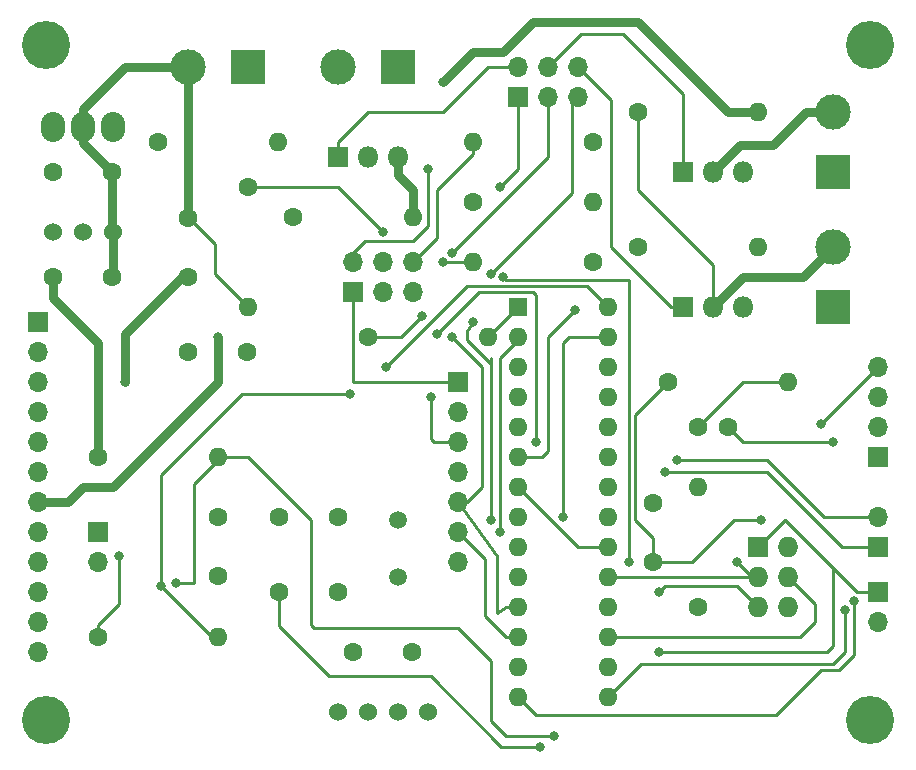
<source format=gbr>
G04 #@! TF.FileFunction,Copper,L2,Bot,Signal*
%FSLAX46Y46*%
G04 Gerber Fmt 4.6, Leading zero omitted, Abs format (unit mm)*
G04 Created by KiCad (PCBNEW 4.0.5) date 03/11/17 00:01:21*
%MOMM*%
%LPD*%
G01*
G04 APERTURE LIST*
%ADD10C,0.100000*%
%ADD11R,1.800000X1.800000*%
%ADD12O,1.800000X1.800000*%
%ADD13C,1.600000*%
%ADD14R,1.600000X1.600000*%
%ADD15O,1.600000X1.600000*%
%ADD16R,3.000000X3.000000*%
%ADD17C,3.000000*%
%ADD18R,1.700000X1.700000*%
%ADD19O,1.700000X1.700000*%
%ADD20R,1.727200X1.727200*%
%ADD21O,1.727200X1.727200*%
%ADD22C,1.524000*%
%ADD23O,2.032000X2.540000*%
%ADD24C,1.500000*%
%ADD25C,4.064000*%
%ADD26C,0.800000*%
%ADD27C,0.250000*%
%ADD28C,0.800000*%
G04 APERTURE END LIST*
D10*
D11*
X195580000Y-113030000D03*
D12*
X198120000Y-113030000D03*
X200660000Y-113030000D03*
D13*
X153670000Y-116840000D03*
X158670000Y-116840000D03*
X142240000Y-101600000D03*
X147240000Y-101600000D03*
X142240000Y-110490000D03*
X147240000Y-110490000D03*
X153670000Y-110490000D03*
X153670000Y-105490000D03*
X193040000Y-134620000D03*
X193040000Y-129620000D03*
X166370000Y-130810000D03*
X161370000Y-130810000D03*
X166370000Y-137160000D03*
X161370000Y-137160000D03*
X156210000Y-130810000D03*
X156210000Y-135810000D03*
X167640000Y-142240000D03*
X172640000Y-142240000D03*
D14*
X181610000Y-113030000D03*
D15*
X189230000Y-146050000D03*
X181610000Y-115570000D03*
X189230000Y-143510000D03*
X181610000Y-118110000D03*
X189230000Y-140970000D03*
X181610000Y-120650000D03*
X189230000Y-138430000D03*
X181610000Y-123190000D03*
X189230000Y-135890000D03*
X181610000Y-125730000D03*
X189230000Y-133350000D03*
X181610000Y-128270000D03*
X189230000Y-130810000D03*
X181610000Y-130810000D03*
X189230000Y-128270000D03*
X181610000Y-133350000D03*
X189230000Y-125730000D03*
X181610000Y-135890000D03*
X189230000Y-123190000D03*
X181610000Y-138430000D03*
X189230000Y-120650000D03*
X181610000Y-140970000D03*
X189230000Y-118110000D03*
X181610000Y-143510000D03*
X189230000Y-115570000D03*
X181610000Y-146050000D03*
X189230000Y-113030000D03*
D16*
X158750000Y-92710000D03*
D17*
X153670000Y-92710000D03*
D16*
X171450000Y-92710000D03*
D17*
X166370000Y-92710000D03*
D16*
X208280000Y-101600000D03*
D17*
X208280000Y-96520000D03*
D16*
X208280000Y-113030000D03*
D17*
X208280000Y-107950000D03*
D18*
X140970000Y-114300000D03*
D19*
X140970000Y-116840000D03*
X140970000Y-119380000D03*
X140970000Y-121920000D03*
X140970000Y-124460000D03*
X140970000Y-127000000D03*
X140970000Y-129540000D03*
X140970000Y-132080000D03*
X140970000Y-134620000D03*
X140970000Y-137160000D03*
X140970000Y-139700000D03*
X140970000Y-142240000D03*
D20*
X201930000Y-133350000D03*
D21*
X204470000Y-133350000D03*
X201930000Y-135890000D03*
X204470000Y-135890000D03*
X201930000Y-138430000D03*
X204470000Y-138430000D03*
D18*
X212090000Y-137160000D03*
D19*
X212090000Y-139700000D03*
D18*
X176530000Y-119380000D03*
D19*
X176530000Y-121920000D03*
X176530000Y-124460000D03*
X176530000Y-127000000D03*
X176530000Y-129540000D03*
X176530000Y-132080000D03*
X176530000Y-134620000D03*
D18*
X212090000Y-125730000D03*
D19*
X212090000Y-123190000D03*
X212090000Y-120650000D03*
X212090000Y-118110000D03*
D18*
X212090000Y-133350000D03*
D19*
X212090000Y-130810000D03*
D18*
X167640000Y-111760000D03*
D19*
X167640000Y-109220000D03*
X170180000Y-111760000D03*
X170180000Y-109220000D03*
X172720000Y-111760000D03*
X172720000Y-109220000D03*
D18*
X181610000Y-95250000D03*
D19*
X181610000Y-92710000D03*
X184150000Y-95250000D03*
X184150000Y-92710000D03*
X186690000Y-95250000D03*
X186690000Y-92710000D03*
D18*
X146050000Y-132080000D03*
D19*
X146050000Y-134620000D03*
D11*
X166370000Y-100330000D03*
D12*
X168910000Y-100330000D03*
X171450000Y-100330000D03*
D11*
X195580000Y-101600000D03*
D12*
X198120000Y-101600000D03*
X200660000Y-101600000D03*
D13*
X196850000Y-138430000D03*
D15*
X196850000Y-128270000D03*
D13*
X168910000Y-115570000D03*
D15*
X179070000Y-115570000D03*
D13*
X194310000Y-119380000D03*
D15*
X204470000Y-119380000D03*
D13*
X196850000Y-123190000D03*
X199390000Y-123190000D03*
X151130000Y-99060000D03*
D15*
X161290000Y-99060000D03*
D13*
X158750000Y-102870000D03*
D15*
X158750000Y-113030000D03*
D13*
X146050000Y-125730000D03*
D15*
X156210000Y-125730000D03*
D13*
X146050000Y-140970000D03*
D15*
X156210000Y-140970000D03*
D13*
X162560000Y-105410000D03*
D15*
X172720000Y-105410000D03*
D13*
X177800000Y-104140000D03*
D15*
X187960000Y-104140000D03*
D13*
X191770000Y-107950000D03*
D15*
X201930000Y-107950000D03*
D13*
X187960000Y-109220000D03*
D15*
X177800000Y-109220000D03*
D13*
X191770000Y-96520000D03*
D15*
X201930000Y-96520000D03*
D13*
X187960000Y-99060000D03*
D15*
X177800000Y-99060000D03*
D22*
X147320000Y-106680000D03*
X144780000Y-106680000D03*
X142240000Y-106680000D03*
D23*
X144780000Y-97790000D03*
X147320000Y-97790000D03*
X142240000Y-97790000D03*
D22*
X166370000Y-147320000D03*
X168910000Y-147320000D03*
X171450000Y-147320000D03*
X173990000Y-147320000D03*
D24*
X171450000Y-135890000D03*
X171450000Y-131010000D03*
D25*
X141640000Y-90840000D03*
X211420000Y-90840000D03*
X141640000Y-147920000D03*
X211420000Y-147920000D03*
D26*
X208280000Y-124460000D03*
X175260000Y-93980000D03*
X156210000Y-115570000D03*
X183515000Y-150241000D03*
X147828000Y-134112000D03*
X202184000Y-131064000D03*
X183134000Y-124460000D03*
X174752000Y-115316000D03*
X173482000Y-113792000D03*
X148336000Y-119380000D03*
X191008000Y-134620000D03*
X193548000Y-137160000D03*
X180340000Y-110490000D03*
X209296000Y-138684000D03*
X180086000Y-132080000D03*
X207264000Y-122936000D03*
X193548000Y-142240000D03*
X174244000Y-120650000D03*
X200152000Y-134620000D03*
X180086000Y-102870000D03*
X186436000Y-113284000D03*
X194056000Y-127000000D03*
X195072000Y-125984000D03*
X176022000Y-108458000D03*
X176022000Y-115570000D03*
X177800000Y-114300000D03*
X179324000Y-131064000D03*
X179324000Y-110236000D03*
X170180000Y-106680000D03*
X185420000Y-130810000D03*
X184658000Y-149352000D03*
X152630000Y-136398000D03*
X210058000Y-137922000D03*
X170434000Y-118110000D03*
X167386000Y-120396000D03*
X151384000Y-136652000D03*
X173990000Y-101346000D03*
X175260000Y-109220000D03*
D27*
X200660000Y-124460000D02*
X199390000Y-123190000D01*
X203200000Y-124460000D02*
X200660000Y-124460000D01*
X208280000Y-124460000D02*
X203200000Y-124460000D01*
D28*
X201930000Y-96520000D02*
X199390000Y-96520000D01*
X199390000Y-96520000D02*
X193040000Y-90170000D01*
X193040000Y-90170000D02*
X191770000Y-88900000D01*
X191770000Y-88900000D02*
X182880000Y-88900000D01*
X182880000Y-88900000D02*
X180340000Y-91440000D01*
X180340000Y-91440000D02*
X177800000Y-91440000D01*
X177800000Y-91440000D02*
X175260000Y-93980000D01*
X140970000Y-129540000D02*
X143510000Y-129540000D01*
X143510000Y-129540000D02*
X144780000Y-128270000D01*
X144780000Y-128270000D02*
X147320000Y-128270000D01*
X147320000Y-128270000D02*
X156210000Y-119380000D01*
X156210000Y-119380000D02*
X156210000Y-115570000D01*
X147320000Y-106680000D02*
X147320000Y-110410000D01*
D27*
X147320000Y-110410000D02*
X147240000Y-110490000D01*
D28*
X147240000Y-101600000D02*
X147240000Y-106600000D01*
D27*
X147240000Y-106600000D02*
X147320000Y-106680000D01*
D28*
X144780000Y-97790000D02*
X144780000Y-99140000D01*
X144780000Y-99140000D02*
X147240000Y-101600000D01*
X144780000Y-97790000D02*
X144780000Y-96266000D01*
X144780000Y-96266000D02*
X148336000Y-92710000D01*
X148336000Y-92710000D02*
X153670000Y-92710000D01*
X153670000Y-92710000D02*
X153670000Y-105490000D01*
D27*
X161370000Y-137160000D02*
X161370000Y-140034000D01*
X180213000Y-150241000D02*
X183515000Y-150241000D01*
X174244000Y-144272000D02*
X180213000Y-150241000D01*
X165608000Y-144272000D02*
X174244000Y-144272000D01*
X161370000Y-140034000D02*
X165608000Y-144272000D01*
X153670000Y-105490000D02*
X153750000Y-105490000D01*
X153750000Y-105490000D02*
X155956000Y-107696000D01*
X155956000Y-110236000D02*
X158750000Y-113030000D01*
X155956000Y-107696000D02*
X155956000Y-110236000D01*
D28*
X171450000Y-100330000D02*
X171450000Y-101854000D01*
X171450000Y-101854000D02*
X172720000Y-103124000D01*
X172720000Y-103124000D02*
X172720000Y-105410000D01*
X146050000Y-116078000D02*
X146050000Y-125730000D01*
X142240000Y-110490000D02*
X142240000Y-112268000D01*
X142240000Y-112268000D02*
X146050000Y-116078000D01*
D27*
X147828000Y-138176000D02*
X147828000Y-134112000D01*
X146050000Y-139954000D02*
X147828000Y-138176000D01*
X146050000Y-140970000D02*
X146050000Y-139954000D01*
X196342000Y-134620000D02*
X193040000Y-134620000D01*
X199898000Y-131064000D02*
X196342000Y-134620000D01*
X202184000Y-131064000D02*
X199898000Y-131064000D01*
X193040000Y-134620000D02*
X193040000Y-132588000D01*
X191516000Y-122174000D02*
X194310000Y-119380000D01*
X191516000Y-131064000D02*
X191516000Y-122174000D01*
X193040000Y-132588000D02*
X191516000Y-131064000D01*
X168910000Y-115570000D02*
X171704000Y-115570000D01*
X183134000Y-112014000D02*
X183134000Y-124460000D01*
X182880000Y-111760000D02*
X183134000Y-112014000D01*
X178308000Y-111760000D02*
X182880000Y-111760000D01*
X174752000Y-115316000D02*
X178308000Y-111760000D01*
X171704000Y-115570000D02*
X173482000Y-113792000D01*
X153670000Y-110490000D02*
X153162000Y-110490000D01*
D28*
X153162000Y-110490000D02*
X148336000Y-115316000D01*
X148336000Y-115316000D02*
X148336000Y-119380000D01*
D27*
X189230000Y-133350000D02*
X186690000Y-133350000D01*
X186690000Y-133350000D02*
X181610000Y-128270000D01*
X201930000Y-138430000D02*
X200152000Y-136652000D01*
X193548000Y-137160000D02*
X194056000Y-136652000D01*
X194056000Y-136652000D02*
X200152000Y-136652000D01*
X191008000Y-110744000D02*
X191008000Y-133604000D01*
X180594000Y-110744000D02*
X191008000Y-110744000D01*
X180340000Y-110490000D02*
X180594000Y-110744000D01*
X191008000Y-133604000D02*
X191008000Y-134620000D01*
X179070000Y-115570000D02*
X181610000Y-113030000D01*
X209296000Y-138684000D02*
X209296000Y-142240000D01*
X209296000Y-142240000D02*
X208280000Y-143256000D01*
X208280000Y-143256000D02*
X192024000Y-143256000D01*
X192024000Y-143256000D02*
X189230000Y-146050000D01*
X180086000Y-117348000D02*
X181610000Y-115824000D01*
X180086000Y-117856000D02*
X180086000Y-117348000D01*
X180086000Y-132080000D02*
X180086000Y-117856000D01*
X181610000Y-115824000D02*
X181610000Y-115570000D01*
X167640000Y-111760000D02*
X167640000Y-119380000D01*
X167640000Y-119380000D02*
X176530000Y-119380000D01*
X207264000Y-122936000D02*
X212090000Y-118110000D01*
X205486000Y-140970000D02*
X189230000Y-140970000D01*
X206756000Y-139700000D02*
X205486000Y-140970000D01*
X206756000Y-138176000D02*
X206756000Y-139700000D01*
X204470000Y-135890000D02*
X206756000Y-138176000D01*
X193548000Y-142240000D02*
X207772000Y-142240000D01*
X207772000Y-142240000D02*
X208280000Y-141732000D01*
X208280000Y-141732000D02*
X208280000Y-135128000D01*
X211328000Y-137160000D02*
X212090000Y-137160000D01*
X201930000Y-133350000D02*
X204216000Y-131064000D01*
X210312000Y-137160000D02*
X212090000Y-137160000D01*
X204216000Y-131064000D02*
X208280000Y-135128000D01*
X208280000Y-135128000D02*
X210312000Y-137160000D01*
X174498000Y-124460000D02*
X176530000Y-124460000D01*
X174244000Y-124206000D02*
X174498000Y-124460000D01*
X174244000Y-120650000D02*
X174244000Y-124206000D01*
X200152000Y-134620000D02*
X201422000Y-135890000D01*
X201422000Y-135890000D02*
X201930000Y-135890000D01*
X201930000Y-135890000D02*
X189230000Y-135890000D01*
X181610000Y-125730000D02*
X183642000Y-125730000D01*
X181610000Y-101346000D02*
X181610000Y-95250000D01*
X180086000Y-102870000D02*
X181610000Y-101346000D01*
X184150000Y-115570000D02*
X186436000Y-113284000D01*
X184150000Y-125222000D02*
X184150000Y-115570000D01*
X183642000Y-125730000D02*
X184150000Y-125222000D01*
X209042000Y-133350000D02*
X212090000Y-133350000D01*
X202692000Y-127000000D02*
X209042000Y-133350000D01*
X194056000Y-127000000D02*
X202692000Y-127000000D01*
X212090000Y-130810000D02*
X207518000Y-130810000D01*
X202692000Y-125984000D02*
X195072000Y-125984000D01*
X207518000Y-130810000D02*
X202692000Y-125984000D01*
X176530000Y-129540000D02*
X177292000Y-129540000D01*
X177292000Y-129540000D02*
X178562000Y-128270000D01*
X184150000Y-100330000D02*
X184150000Y-95250000D01*
X176022000Y-108458000D02*
X184150000Y-100330000D01*
X178562000Y-118110000D02*
X176022000Y-115570000D01*
X178562000Y-128270000D02*
X178562000Y-118110000D01*
X181610000Y-138430000D02*
X180594000Y-138430000D01*
X179832000Y-134112000D02*
X176530000Y-129540000D01*
X179832000Y-138938000D02*
X179832000Y-134112000D01*
X180594000Y-138430000D02*
X179832000Y-138938000D01*
X204470000Y-119380000D02*
X200660000Y-119380000D01*
X200660000Y-119380000D02*
X196850000Y-123190000D01*
X177292000Y-115062000D02*
X177800000Y-114300000D01*
X179324000Y-131064000D02*
X179324000Y-117348000D01*
X179324000Y-117348000D02*
X179324000Y-117856000D01*
X179324000Y-117856000D02*
X177292000Y-115824000D01*
X177292000Y-115824000D02*
X177292000Y-115062000D01*
X179324000Y-110236000D02*
X186182000Y-103378000D01*
X186182000Y-103378000D02*
X186182000Y-95758000D01*
X186182000Y-95758000D02*
X186690000Y-95250000D01*
X181610000Y-140970000D02*
X180594000Y-140970000D01*
X178816000Y-134366000D02*
X176530000Y-132080000D01*
X178816000Y-139192000D02*
X178816000Y-134366000D01*
X180594000Y-140970000D02*
X178816000Y-139192000D01*
X158750000Y-102870000D02*
X166370000Y-102870000D01*
X166370000Y-102870000D02*
X170180000Y-106680000D01*
X156210000Y-125730000D02*
X158750000Y-125730000D01*
X185928000Y-115570000D02*
X189230000Y-115570000D01*
X185420000Y-116078000D02*
X185928000Y-115570000D01*
X185420000Y-130810000D02*
X185420000Y-116078000D01*
X180594000Y-149352000D02*
X184658000Y-149352000D01*
X179324000Y-148082000D02*
X180594000Y-149352000D01*
X179324000Y-143002000D02*
X179324000Y-148082000D01*
X176530000Y-140208000D02*
X179324000Y-143002000D01*
X164338000Y-140208000D02*
X176530000Y-140208000D01*
X164084000Y-139954000D02*
X164338000Y-140208000D01*
X164084000Y-131064000D02*
X164084000Y-139954000D01*
X158750000Y-125730000D02*
X164084000Y-131064000D01*
X156210000Y-125984000D02*
X154178000Y-128016000D01*
X154178000Y-136398000D02*
X154178000Y-128016000D01*
X154178000Y-136398000D02*
X152630000Y-136398000D01*
X156210000Y-125984000D02*
X156210000Y-125730000D01*
X183134000Y-147574000D02*
X181610000Y-146050000D01*
X203454000Y-147574000D02*
X183134000Y-147574000D01*
X207264000Y-143764000D02*
X203454000Y-147574000D01*
X208788000Y-143764000D02*
X207264000Y-143764000D01*
X210058000Y-142494000D02*
X208788000Y-143764000D01*
X210058000Y-137922000D02*
X210058000Y-142494000D01*
X151384000Y-136652000D02*
X151384000Y-127254000D01*
X187452000Y-111252000D02*
X189230000Y-113030000D01*
X177292000Y-111252000D02*
X187452000Y-111252000D01*
X170434000Y-118110000D02*
X177292000Y-111252000D01*
X158242000Y-120396000D02*
X167386000Y-120396000D01*
X151384000Y-127254000D02*
X158242000Y-120396000D01*
X151384000Y-136652000D02*
X155702000Y-140970000D01*
X155702000Y-140970000D02*
X156210000Y-140970000D01*
D28*
X208280000Y-96520000D02*
X205994000Y-96520000D01*
X200406000Y-99314000D02*
X198120000Y-101600000D01*
X203200000Y-99314000D02*
X200406000Y-99314000D01*
X205994000Y-96520000D02*
X203200000Y-99314000D01*
X198120000Y-113030000D02*
X200660000Y-110490000D01*
X205740000Y-110490000D02*
X208280000Y-107950000D01*
X200660000Y-110490000D02*
X205740000Y-110490000D01*
D27*
X198120000Y-113030000D02*
X198120000Y-109474000D01*
X191770000Y-103124000D02*
X191770000Y-96520000D01*
X198120000Y-109474000D02*
X191770000Y-103124000D01*
X167640000Y-109220000D02*
X167640000Y-108458000D01*
X167640000Y-108458000D02*
X168656000Y-107442000D01*
X168656000Y-107442000D02*
X172720000Y-107442000D01*
X172720000Y-107442000D02*
X173990000Y-106172000D01*
X173990000Y-106172000D02*
X173990000Y-101346000D01*
X175260000Y-109220000D02*
X177800000Y-109220000D01*
X177800000Y-99060000D02*
X177800000Y-100076000D01*
X174752000Y-107188000D02*
X172720000Y-109220000D01*
X174752000Y-103124000D02*
X174752000Y-107188000D01*
X177800000Y-100076000D02*
X174752000Y-103124000D01*
X166370000Y-100330000D02*
X166370000Y-99060000D01*
X179070000Y-92710000D02*
X181610000Y-92710000D01*
X175260000Y-96520000D02*
X179070000Y-92710000D01*
X168910000Y-96520000D02*
X175260000Y-96520000D01*
X166370000Y-99060000D02*
X168910000Y-96520000D01*
X184150000Y-92710000D02*
X186944000Y-89916000D01*
X195580000Y-94996000D02*
X195580000Y-101600000D01*
X190500000Y-89916000D02*
X195580000Y-94996000D01*
X186944000Y-89916000D02*
X190500000Y-89916000D01*
X195580000Y-113030000D02*
X194564000Y-113030000D01*
X189484000Y-95504000D02*
X186690000Y-92710000D01*
X189484000Y-107950000D02*
X189484000Y-95504000D01*
X194564000Y-113030000D02*
X189484000Y-107950000D01*
M02*

</source>
